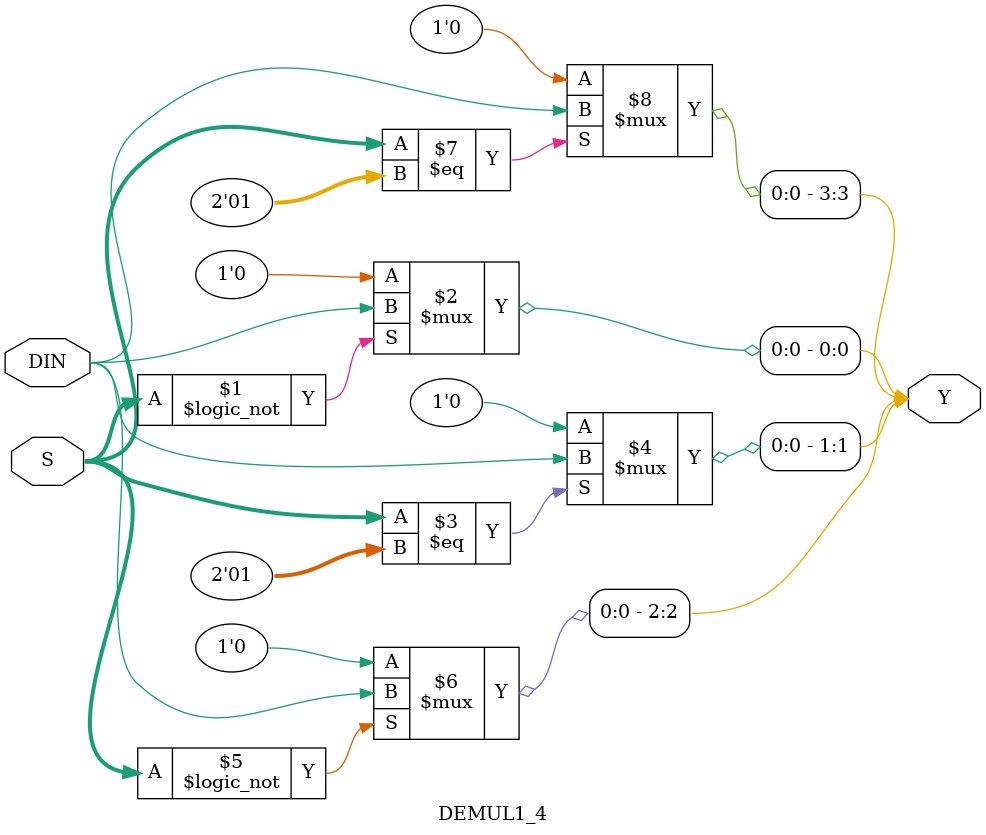
<source format=v>
module DEMUL1_4(DIN, S, Y);
    input DIN;
    input [1:0] S;

    output [3:0] Y;

    assign Y[0] = ({S[1], S[0]} == 2'b00) ? DIN : 1'b0;
    assign Y[1] = ({S[1], S[0]} == 2'o01) ? DIN : 1'b0;
    assign Y[2] = ({S[1], S[0]} == 2'o10) ? DIN : 1'b0;
    assign Y[3] = ({S[1], S[0]} == 2'o11) ? DIN : 1'b0;
endmodule
</source>
